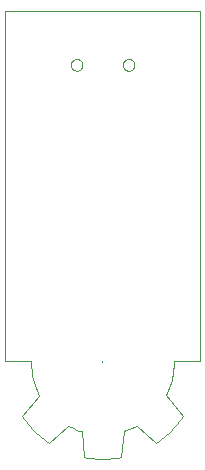
<source format=gko>
G75*
%MOIN*%
%OFA0B0*%
%FSLAX24Y24*%
%IPPOS*%
%LPD*%
%AMOC8*
5,1,8,0,0,1.08239X$1,22.5*
%
%ADD10C,0.0000*%
D10*
X000743Y001523D02*
X001318Y002198D01*
X001055Y003348D02*
X000180Y003348D01*
X000180Y015039D01*
X006675Y015039D01*
X006675Y003348D01*
X006680Y003348D02*
X005805Y003348D01*
X005555Y002223D02*
X006118Y001523D01*
X005218Y000636D02*
X004568Y001198D01*
X004143Y001023D02*
X004055Y000161D01*
X002805Y000161D02*
X002743Y001011D01*
X002293Y001198D02*
X001655Y000623D01*
X005555Y002224D02*
X005594Y002304D01*
X005629Y002387D01*
X005661Y002470D01*
X005691Y002555D01*
X005717Y002641D01*
X005739Y002727D01*
X005759Y002815D01*
X005775Y002903D01*
X005788Y002991D01*
X005797Y003080D01*
X005803Y003170D01*
X005806Y003259D01*
X005805Y003349D01*
X001318Y002198D02*
X001276Y002288D01*
X001238Y002380D01*
X001203Y002472D01*
X001172Y002567D01*
X001144Y002662D01*
X001120Y002758D01*
X001100Y002855D01*
X001083Y002953D01*
X001071Y003051D01*
X001062Y003150D01*
X001056Y003249D01*
X001055Y003348D01*
X003430Y003348D02*
X003430Y003336D01*
X002805Y000161D02*
X002908Y000142D01*
X003012Y000127D01*
X003116Y000115D01*
X003221Y000107D01*
X003325Y000102D01*
X003430Y000100D01*
X003535Y000102D01*
X003639Y000107D01*
X003744Y000115D01*
X003848Y000127D01*
X003952Y000142D01*
X004055Y000161D01*
X004143Y001023D02*
X004231Y001052D01*
X004317Y001083D01*
X004402Y001118D01*
X004486Y001157D01*
X004568Y001198D01*
X001655Y000623D02*
X001566Y000683D01*
X001480Y000747D01*
X001395Y000813D01*
X001312Y000882D01*
X001232Y000953D01*
X001154Y001028D01*
X001079Y001104D01*
X001006Y001183D01*
X000936Y001265D01*
X000869Y001349D01*
X000804Y001435D01*
X000743Y001523D01*
X005217Y000636D02*
X005305Y000695D01*
X005390Y000758D01*
X005474Y000823D01*
X005555Y000891D01*
X005634Y000962D01*
X005711Y001035D01*
X005785Y001111D01*
X005857Y001189D01*
X005926Y001269D01*
X005992Y001352D01*
X006056Y001436D01*
X006117Y001523D01*
X002742Y001011D02*
X002649Y001041D01*
X002558Y001075D01*
X002468Y001112D01*
X002379Y001153D01*
X002292Y001198D01*
X002372Y013230D02*
X002374Y013257D01*
X002380Y013284D01*
X002389Y013310D01*
X002402Y013334D01*
X002418Y013357D01*
X002437Y013376D01*
X002459Y013393D01*
X002483Y013407D01*
X002508Y013417D01*
X002535Y013424D01*
X002562Y013427D01*
X002590Y013426D01*
X002617Y013421D01*
X002643Y013413D01*
X002667Y013401D01*
X002690Y013385D01*
X002711Y013367D01*
X002728Y013346D01*
X002743Y013322D01*
X002754Y013297D01*
X002762Y013271D01*
X002766Y013244D01*
X002766Y013216D01*
X002762Y013189D01*
X002754Y013163D01*
X002743Y013138D01*
X002728Y013114D01*
X002711Y013093D01*
X002690Y013075D01*
X002668Y013059D01*
X002643Y013047D01*
X002617Y013039D01*
X002590Y013034D01*
X002562Y013033D01*
X002535Y013036D01*
X002508Y013043D01*
X002483Y013053D01*
X002459Y013067D01*
X002437Y013084D01*
X002418Y013103D01*
X002402Y013126D01*
X002389Y013150D01*
X002380Y013176D01*
X002374Y013203D01*
X002372Y013230D01*
X004104Y013230D02*
X004106Y013257D01*
X004112Y013284D01*
X004121Y013310D01*
X004134Y013334D01*
X004150Y013357D01*
X004169Y013376D01*
X004191Y013393D01*
X004215Y013407D01*
X004240Y013417D01*
X004267Y013424D01*
X004294Y013427D01*
X004322Y013426D01*
X004349Y013421D01*
X004375Y013413D01*
X004399Y013401D01*
X004422Y013385D01*
X004443Y013367D01*
X004460Y013346D01*
X004475Y013322D01*
X004486Y013297D01*
X004494Y013271D01*
X004498Y013244D01*
X004498Y013216D01*
X004494Y013189D01*
X004486Y013163D01*
X004475Y013138D01*
X004460Y013114D01*
X004443Y013093D01*
X004422Y013075D01*
X004400Y013059D01*
X004375Y013047D01*
X004349Y013039D01*
X004322Y013034D01*
X004294Y013033D01*
X004267Y013036D01*
X004240Y013043D01*
X004215Y013053D01*
X004191Y013067D01*
X004169Y013084D01*
X004150Y013103D01*
X004134Y013126D01*
X004121Y013150D01*
X004112Y013176D01*
X004106Y013203D01*
X004104Y013230D01*
M02*

</source>
